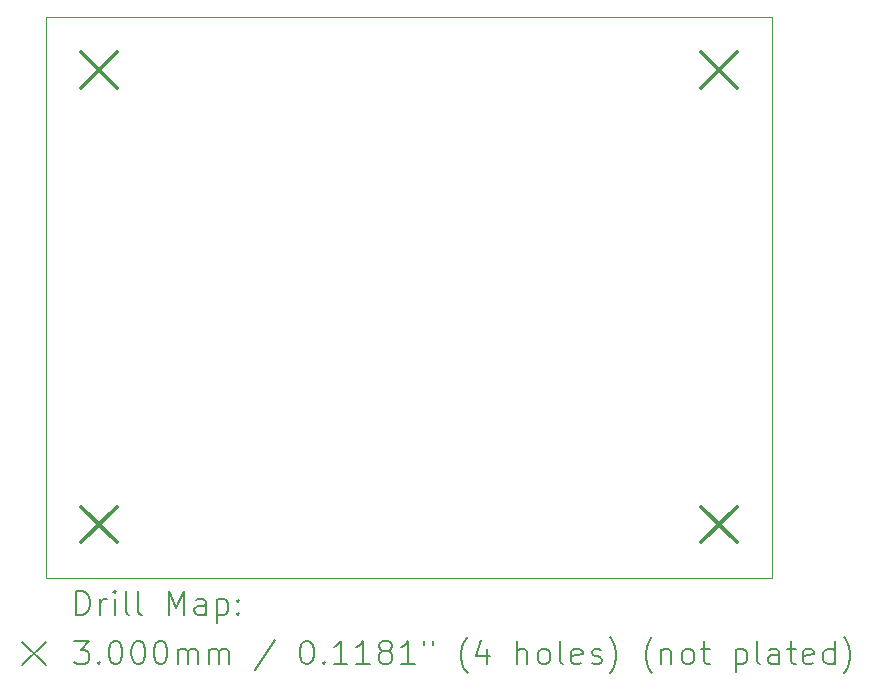
<source format=gbr>
%TF.GenerationSoftware,KiCad,Pcbnew,8.0.6*%
%TF.CreationDate,2025-07-03T11:32:38-04:00*%
%TF.ProjectId,pcb_reset_buffer,7063625f-7265-4736-9574-5f6275666665,rev?*%
%TF.SameCoordinates,Original*%
%TF.FileFunction,Drillmap*%
%TF.FilePolarity,Positive*%
%FSLAX45Y45*%
G04 Gerber Fmt 4.5, Leading zero omitted, Abs format (unit mm)*
G04 Created by KiCad (PCBNEW 8.0.6) date 2025-07-03 11:32:38*
%MOMM*%
%LPD*%
G01*
G04 APERTURE LIST*
%ADD10C,0.050000*%
%ADD11C,0.200000*%
%ADD12C,0.300000*%
G04 APERTURE END LIST*
D10*
X9450000Y-6600000D02*
X15600000Y-6600000D01*
X15600000Y-11350000D01*
X9450000Y-11350000D01*
X9450000Y-6600000D01*
D11*
D12*
X9750000Y-6900000D02*
X10050000Y-7200000D01*
X10050000Y-6900000D02*
X9750000Y-7200000D01*
X9750000Y-10750000D02*
X10050000Y-11050000D01*
X10050000Y-10750000D02*
X9750000Y-11050000D01*
X15000000Y-6900000D02*
X15300000Y-7200000D01*
X15300000Y-6900000D02*
X15000000Y-7200000D01*
X15000000Y-10750000D02*
X15300000Y-11050000D01*
X15300000Y-10750000D02*
X15000000Y-11050000D01*
D11*
X9708277Y-11663984D02*
X9708277Y-11463984D01*
X9708277Y-11463984D02*
X9755896Y-11463984D01*
X9755896Y-11463984D02*
X9784467Y-11473508D01*
X9784467Y-11473508D02*
X9803515Y-11492555D01*
X9803515Y-11492555D02*
X9813039Y-11511603D01*
X9813039Y-11511603D02*
X9822563Y-11549698D01*
X9822563Y-11549698D02*
X9822563Y-11578269D01*
X9822563Y-11578269D02*
X9813039Y-11616365D01*
X9813039Y-11616365D02*
X9803515Y-11635412D01*
X9803515Y-11635412D02*
X9784467Y-11654460D01*
X9784467Y-11654460D02*
X9755896Y-11663984D01*
X9755896Y-11663984D02*
X9708277Y-11663984D01*
X9908277Y-11663984D02*
X9908277Y-11530650D01*
X9908277Y-11568746D02*
X9917801Y-11549698D01*
X9917801Y-11549698D02*
X9927324Y-11540174D01*
X9927324Y-11540174D02*
X9946372Y-11530650D01*
X9946372Y-11530650D02*
X9965420Y-11530650D01*
X10032086Y-11663984D02*
X10032086Y-11530650D01*
X10032086Y-11463984D02*
X10022563Y-11473508D01*
X10022563Y-11473508D02*
X10032086Y-11483031D01*
X10032086Y-11483031D02*
X10041610Y-11473508D01*
X10041610Y-11473508D02*
X10032086Y-11463984D01*
X10032086Y-11463984D02*
X10032086Y-11483031D01*
X10155896Y-11663984D02*
X10136848Y-11654460D01*
X10136848Y-11654460D02*
X10127324Y-11635412D01*
X10127324Y-11635412D02*
X10127324Y-11463984D01*
X10260658Y-11663984D02*
X10241610Y-11654460D01*
X10241610Y-11654460D02*
X10232086Y-11635412D01*
X10232086Y-11635412D02*
X10232086Y-11463984D01*
X10489229Y-11663984D02*
X10489229Y-11463984D01*
X10489229Y-11463984D02*
X10555896Y-11606841D01*
X10555896Y-11606841D02*
X10622563Y-11463984D01*
X10622563Y-11463984D02*
X10622563Y-11663984D01*
X10803515Y-11663984D02*
X10803515Y-11559222D01*
X10803515Y-11559222D02*
X10793991Y-11540174D01*
X10793991Y-11540174D02*
X10774944Y-11530650D01*
X10774944Y-11530650D02*
X10736848Y-11530650D01*
X10736848Y-11530650D02*
X10717801Y-11540174D01*
X10803515Y-11654460D02*
X10784467Y-11663984D01*
X10784467Y-11663984D02*
X10736848Y-11663984D01*
X10736848Y-11663984D02*
X10717801Y-11654460D01*
X10717801Y-11654460D02*
X10708277Y-11635412D01*
X10708277Y-11635412D02*
X10708277Y-11616365D01*
X10708277Y-11616365D02*
X10717801Y-11597317D01*
X10717801Y-11597317D02*
X10736848Y-11587793D01*
X10736848Y-11587793D02*
X10784467Y-11587793D01*
X10784467Y-11587793D02*
X10803515Y-11578269D01*
X10898753Y-11530650D02*
X10898753Y-11730650D01*
X10898753Y-11540174D02*
X10917801Y-11530650D01*
X10917801Y-11530650D02*
X10955896Y-11530650D01*
X10955896Y-11530650D02*
X10974944Y-11540174D01*
X10974944Y-11540174D02*
X10984467Y-11549698D01*
X10984467Y-11549698D02*
X10993991Y-11568746D01*
X10993991Y-11568746D02*
X10993991Y-11625888D01*
X10993991Y-11625888D02*
X10984467Y-11644936D01*
X10984467Y-11644936D02*
X10974944Y-11654460D01*
X10974944Y-11654460D02*
X10955896Y-11663984D01*
X10955896Y-11663984D02*
X10917801Y-11663984D01*
X10917801Y-11663984D02*
X10898753Y-11654460D01*
X11079705Y-11644936D02*
X11089229Y-11654460D01*
X11089229Y-11654460D02*
X11079705Y-11663984D01*
X11079705Y-11663984D02*
X11070182Y-11654460D01*
X11070182Y-11654460D02*
X11079705Y-11644936D01*
X11079705Y-11644936D02*
X11079705Y-11663984D01*
X11079705Y-11540174D02*
X11089229Y-11549698D01*
X11089229Y-11549698D02*
X11079705Y-11559222D01*
X11079705Y-11559222D02*
X11070182Y-11549698D01*
X11070182Y-11549698D02*
X11079705Y-11540174D01*
X11079705Y-11540174D02*
X11079705Y-11559222D01*
X9247500Y-11892500D02*
X9447500Y-12092500D01*
X9447500Y-11892500D02*
X9247500Y-12092500D01*
X9689229Y-11883984D02*
X9813039Y-11883984D01*
X9813039Y-11883984D02*
X9746372Y-11960174D01*
X9746372Y-11960174D02*
X9774944Y-11960174D01*
X9774944Y-11960174D02*
X9793991Y-11969698D01*
X9793991Y-11969698D02*
X9803515Y-11979222D01*
X9803515Y-11979222D02*
X9813039Y-11998269D01*
X9813039Y-11998269D02*
X9813039Y-12045888D01*
X9813039Y-12045888D02*
X9803515Y-12064936D01*
X9803515Y-12064936D02*
X9793991Y-12074460D01*
X9793991Y-12074460D02*
X9774944Y-12083984D01*
X9774944Y-12083984D02*
X9717801Y-12083984D01*
X9717801Y-12083984D02*
X9698753Y-12074460D01*
X9698753Y-12074460D02*
X9689229Y-12064936D01*
X9898753Y-12064936D02*
X9908277Y-12074460D01*
X9908277Y-12074460D02*
X9898753Y-12083984D01*
X9898753Y-12083984D02*
X9889229Y-12074460D01*
X9889229Y-12074460D02*
X9898753Y-12064936D01*
X9898753Y-12064936D02*
X9898753Y-12083984D01*
X10032086Y-11883984D02*
X10051134Y-11883984D01*
X10051134Y-11883984D02*
X10070182Y-11893508D01*
X10070182Y-11893508D02*
X10079705Y-11903031D01*
X10079705Y-11903031D02*
X10089229Y-11922079D01*
X10089229Y-11922079D02*
X10098753Y-11960174D01*
X10098753Y-11960174D02*
X10098753Y-12007793D01*
X10098753Y-12007793D02*
X10089229Y-12045888D01*
X10089229Y-12045888D02*
X10079705Y-12064936D01*
X10079705Y-12064936D02*
X10070182Y-12074460D01*
X10070182Y-12074460D02*
X10051134Y-12083984D01*
X10051134Y-12083984D02*
X10032086Y-12083984D01*
X10032086Y-12083984D02*
X10013039Y-12074460D01*
X10013039Y-12074460D02*
X10003515Y-12064936D01*
X10003515Y-12064936D02*
X9993991Y-12045888D01*
X9993991Y-12045888D02*
X9984467Y-12007793D01*
X9984467Y-12007793D02*
X9984467Y-11960174D01*
X9984467Y-11960174D02*
X9993991Y-11922079D01*
X9993991Y-11922079D02*
X10003515Y-11903031D01*
X10003515Y-11903031D02*
X10013039Y-11893508D01*
X10013039Y-11893508D02*
X10032086Y-11883984D01*
X10222563Y-11883984D02*
X10241610Y-11883984D01*
X10241610Y-11883984D02*
X10260658Y-11893508D01*
X10260658Y-11893508D02*
X10270182Y-11903031D01*
X10270182Y-11903031D02*
X10279705Y-11922079D01*
X10279705Y-11922079D02*
X10289229Y-11960174D01*
X10289229Y-11960174D02*
X10289229Y-12007793D01*
X10289229Y-12007793D02*
X10279705Y-12045888D01*
X10279705Y-12045888D02*
X10270182Y-12064936D01*
X10270182Y-12064936D02*
X10260658Y-12074460D01*
X10260658Y-12074460D02*
X10241610Y-12083984D01*
X10241610Y-12083984D02*
X10222563Y-12083984D01*
X10222563Y-12083984D02*
X10203515Y-12074460D01*
X10203515Y-12074460D02*
X10193991Y-12064936D01*
X10193991Y-12064936D02*
X10184467Y-12045888D01*
X10184467Y-12045888D02*
X10174944Y-12007793D01*
X10174944Y-12007793D02*
X10174944Y-11960174D01*
X10174944Y-11960174D02*
X10184467Y-11922079D01*
X10184467Y-11922079D02*
X10193991Y-11903031D01*
X10193991Y-11903031D02*
X10203515Y-11893508D01*
X10203515Y-11893508D02*
X10222563Y-11883984D01*
X10413039Y-11883984D02*
X10432086Y-11883984D01*
X10432086Y-11883984D02*
X10451134Y-11893508D01*
X10451134Y-11893508D02*
X10460658Y-11903031D01*
X10460658Y-11903031D02*
X10470182Y-11922079D01*
X10470182Y-11922079D02*
X10479705Y-11960174D01*
X10479705Y-11960174D02*
X10479705Y-12007793D01*
X10479705Y-12007793D02*
X10470182Y-12045888D01*
X10470182Y-12045888D02*
X10460658Y-12064936D01*
X10460658Y-12064936D02*
X10451134Y-12074460D01*
X10451134Y-12074460D02*
X10432086Y-12083984D01*
X10432086Y-12083984D02*
X10413039Y-12083984D01*
X10413039Y-12083984D02*
X10393991Y-12074460D01*
X10393991Y-12074460D02*
X10384467Y-12064936D01*
X10384467Y-12064936D02*
X10374944Y-12045888D01*
X10374944Y-12045888D02*
X10365420Y-12007793D01*
X10365420Y-12007793D02*
X10365420Y-11960174D01*
X10365420Y-11960174D02*
X10374944Y-11922079D01*
X10374944Y-11922079D02*
X10384467Y-11903031D01*
X10384467Y-11903031D02*
X10393991Y-11893508D01*
X10393991Y-11893508D02*
X10413039Y-11883984D01*
X10565420Y-12083984D02*
X10565420Y-11950650D01*
X10565420Y-11969698D02*
X10574944Y-11960174D01*
X10574944Y-11960174D02*
X10593991Y-11950650D01*
X10593991Y-11950650D02*
X10622563Y-11950650D01*
X10622563Y-11950650D02*
X10641610Y-11960174D01*
X10641610Y-11960174D02*
X10651134Y-11979222D01*
X10651134Y-11979222D02*
X10651134Y-12083984D01*
X10651134Y-11979222D02*
X10660658Y-11960174D01*
X10660658Y-11960174D02*
X10679705Y-11950650D01*
X10679705Y-11950650D02*
X10708277Y-11950650D01*
X10708277Y-11950650D02*
X10727325Y-11960174D01*
X10727325Y-11960174D02*
X10736848Y-11979222D01*
X10736848Y-11979222D02*
X10736848Y-12083984D01*
X10832086Y-12083984D02*
X10832086Y-11950650D01*
X10832086Y-11969698D02*
X10841610Y-11960174D01*
X10841610Y-11960174D02*
X10860658Y-11950650D01*
X10860658Y-11950650D02*
X10889229Y-11950650D01*
X10889229Y-11950650D02*
X10908277Y-11960174D01*
X10908277Y-11960174D02*
X10917801Y-11979222D01*
X10917801Y-11979222D02*
X10917801Y-12083984D01*
X10917801Y-11979222D02*
X10927325Y-11960174D01*
X10927325Y-11960174D02*
X10946372Y-11950650D01*
X10946372Y-11950650D02*
X10974944Y-11950650D01*
X10974944Y-11950650D02*
X10993991Y-11960174D01*
X10993991Y-11960174D02*
X11003515Y-11979222D01*
X11003515Y-11979222D02*
X11003515Y-12083984D01*
X11393991Y-11874460D02*
X11222563Y-12131603D01*
X11651134Y-11883984D02*
X11670182Y-11883984D01*
X11670182Y-11883984D02*
X11689229Y-11893508D01*
X11689229Y-11893508D02*
X11698753Y-11903031D01*
X11698753Y-11903031D02*
X11708277Y-11922079D01*
X11708277Y-11922079D02*
X11717801Y-11960174D01*
X11717801Y-11960174D02*
X11717801Y-12007793D01*
X11717801Y-12007793D02*
X11708277Y-12045888D01*
X11708277Y-12045888D02*
X11698753Y-12064936D01*
X11698753Y-12064936D02*
X11689229Y-12074460D01*
X11689229Y-12074460D02*
X11670182Y-12083984D01*
X11670182Y-12083984D02*
X11651134Y-12083984D01*
X11651134Y-12083984D02*
X11632086Y-12074460D01*
X11632086Y-12074460D02*
X11622563Y-12064936D01*
X11622563Y-12064936D02*
X11613039Y-12045888D01*
X11613039Y-12045888D02*
X11603515Y-12007793D01*
X11603515Y-12007793D02*
X11603515Y-11960174D01*
X11603515Y-11960174D02*
X11613039Y-11922079D01*
X11613039Y-11922079D02*
X11622563Y-11903031D01*
X11622563Y-11903031D02*
X11632086Y-11893508D01*
X11632086Y-11893508D02*
X11651134Y-11883984D01*
X11803515Y-12064936D02*
X11813039Y-12074460D01*
X11813039Y-12074460D02*
X11803515Y-12083984D01*
X11803515Y-12083984D02*
X11793991Y-12074460D01*
X11793991Y-12074460D02*
X11803515Y-12064936D01*
X11803515Y-12064936D02*
X11803515Y-12083984D01*
X12003515Y-12083984D02*
X11889229Y-12083984D01*
X11946372Y-12083984D02*
X11946372Y-11883984D01*
X11946372Y-11883984D02*
X11927325Y-11912555D01*
X11927325Y-11912555D02*
X11908277Y-11931603D01*
X11908277Y-11931603D02*
X11889229Y-11941127D01*
X12193991Y-12083984D02*
X12079706Y-12083984D01*
X12136848Y-12083984D02*
X12136848Y-11883984D01*
X12136848Y-11883984D02*
X12117801Y-11912555D01*
X12117801Y-11912555D02*
X12098753Y-11931603D01*
X12098753Y-11931603D02*
X12079706Y-11941127D01*
X12308277Y-11969698D02*
X12289229Y-11960174D01*
X12289229Y-11960174D02*
X12279706Y-11950650D01*
X12279706Y-11950650D02*
X12270182Y-11931603D01*
X12270182Y-11931603D02*
X12270182Y-11922079D01*
X12270182Y-11922079D02*
X12279706Y-11903031D01*
X12279706Y-11903031D02*
X12289229Y-11893508D01*
X12289229Y-11893508D02*
X12308277Y-11883984D01*
X12308277Y-11883984D02*
X12346372Y-11883984D01*
X12346372Y-11883984D02*
X12365420Y-11893508D01*
X12365420Y-11893508D02*
X12374944Y-11903031D01*
X12374944Y-11903031D02*
X12384467Y-11922079D01*
X12384467Y-11922079D02*
X12384467Y-11931603D01*
X12384467Y-11931603D02*
X12374944Y-11950650D01*
X12374944Y-11950650D02*
X12365420Y-11960174D01*
X12365420Y-11960174D02*
X12346372Y-11969698D01*
X12346372Y-11969698D02*
X12308277Y-11969698D01*
X12308277Y-11969698D02*
X12289229Y-11979222D01*
X12289229Y-11979222D02*
X12279706Y-11988746D01*
X12279706Y-11988746D02*
X12270182Y-12007793D01*
X12270182Y-12007793D02*
X12270182Y-12045888D01*
X12270182Y-12045888D02*
X12279706Y-12064936D01*
X12279706Y-12064936D02*
X12289229Y-12074460D01*
X12289229Y-12074460D02*
X12308277Y-12083984D01*
X12308277Y-12083984D02*
X12346372Y-12083984D01*
X12346372Y-12083984D02*
X12365420Y-12074460D01*
X12365420Y-12074460D02*
X12374944Y-12064936D01*
X12374944Y-12064936D02*
X12384467Y-12045888D01*
X12384467Y-12045888D02*
X12384467Y-12007793D01*
X12384467Y-12007793D02*
X12374944Y-11988746D01*
X12374944Y-11988746D02*
X12365420Y-11979222D01*
X12365420Y-11979222D02*
X12346372Y-11969698D01*
X12574944Y-12083984D02*
X12460658Y-12083984D01*
X12517801Y-12083984D02*
X12517801Y-11883984D01*
X12517801Y-11883984D02*
X12498753Y-11912555D01*
X12498753Y-11912555D02*
X12479706Y-11931603D01*
X12479706Y-11931603D02*
X12460658Y-11941127D01*
X12651134Y-11883984D02*
X12651134Y-11922079D01*
X12727325Y-11883984D02*
X12727325Y-11922079D01*
X13022563Y-12160174D02*
X13013039Y-12150650D01*
X13013039Y-12150650D02*
X12993991Y-12122079D01*
X12993991Y-12122079D02*
X12984468Y-12103031D01*
X12984468Y-12103031D02*
X12974944Y-12074460D01*
X12974944Y-12074460D02*
X12965420Y-12026841D01*
X12965420Y-12026841D02*
X12965420Y-11988746D01*
X12965420Y-11988746D02*
X12974944Y-11941127D01*
X12974944Y-11941127D02*
X12984468Y-11912555D01*
X12984468Y-11912555D02*
X12993991Y-11893508D01*
X12993991Y-11893508D02*
X13013039Y-11864936D01*
X13013039Y-11864936D02*
X13022563Y-11855412D01*
X13184468Y-11950650D02*
X13184468Y-12083984D01*
X13136848Y-11874460D02*
X13089229Y-12017317D01*
X13089229Y-12017317D02*
X13213039Y-12017317D01*
X13441610Y-12083984D02*
X13441610Y-11883984D01*
X13527325Y-12083984D02*
X13527325Y-11979222D01*
X13527325Y-11979222D02*
X13517801Y-11960174D01*
X13517801Y-11960174D02*
X13498753Y-11950650D01*
X13498753Y-11950650D02*
X13470182Y-11950650D01*
X13470182Y-11950650D02*
X13451134Y-11960174D01*
X13451134Y-11960174D02*
X13441610Y-11969698D01*
X13651134Y-12083984D02*
X13632087Y-12074460D01*
X13632087Y-12074460D02*
X13622563Y-12064936D01*
X13622563Y-12064936D02*
X13613039Y-12045888D01*
X13613039Y-12045888D02*
X13613039Y-11988746D01*
X13613039Y-11988746D02*
X13622563Y-11969698D01*
X13622563Y-11969698D02*
X13632087Y-11960174D01*
X13632087Y-11960174D02*
X13651134Y-11950650D01*
X13651134Y-11950650D02*
X13679706Y-11950650D01*
X13679706Y-11950650D02*
X13698753Y-11960174D01*
X13698753Y-11960174D02*
X13708277Y-11969698D01*
X13708277Y-11969698D02*
X13717801Y-11988746D01*
X13717801Y-11988746D02*
X13717801Y-12045888D01*
X13717801Y-12045888D02*
X13708277Y-12064936D01*
X13708277Y-12064936D02*
X13698753Y-12074460D01*
X13698753Y-12074460D02*
X13679706Y-12083984D01*
X13679706Y-12083984D02*
X13651134Y-12083984D01*
X13832087Y-12083984D02*
X13813039Y-12074460D01*
X13813039Y-12074460D02*
X13803515Y-12055412D01*
X13803515Y-12055412D02*
X13803515Y-11883984D01*
X13984468Y-12074460D02*
X13965420Y-12083984D01*
X13965420Y-12083984D02*
X13927325Y-12083984D01*
X13927325Y-12083984D02*
X13908277Y-12074460D01*
X13908277Y-12074460D02*
X13898753Y-12055412D01*
X13898753Y-12055412D02*
X13898753Y-11979222D01*
X13898753Y-11979222D02*
X13908277Y-11960174D01*
X13908277Y-11960174D02*
X13927325Y-11950650D01*
X13927325Y-11950650D02*
X13965420Y-11950650D01*
X13965420Y-11950650D02*
X13984468Y-11960174D01*
X13984468Y-11960174D02*
X13993991Y-11979222D01*
X13993991Y-11979222D02*
X13993991Y-11998269D01*
X13993991Y-11998269D02*
X13898753Y-12017317D01*
X14070182Y-12074460D02*
X14089230Y-12083984D01*
X14089230Y-12083984D02*
X14127325Y-12083984D01*
X14127325Y-12083984D02*
X14146372Y-12074460D01*
X14146372Y-12074460D02*
X14155896Y-12055412D01*
X14155896Y-12055412D02*
X14155896Y-12045888D01*
X14155896Y-12045888D02*
X14146372Y-12026841D01*
X14146372Y-12026841D02*
X14127325Y-12017317D01*
X14127325Y-12017317D02*
X14098753Y-12017317D01*
X14098753Y-12017317D02*
X14079706Y-12007793D01*
X14079706Y-12007793D02*
X14070182Y-11988746D01*
X14070182Y-11988746D02*
X14070182Y-11979222D01*
X14070182Y-11979222D02*
X14079706Y-11960174D01*
X14079706Y-11960174D02*
X14098753Y-11950650D01*
X14098753Y-11950650D02*
X14127325Y-11950650D01*
X14127325Y-11950650D02*
X14146372Y-11960174D01*
X14222563Y-12160174D02*
X14232087Y-12150650D01*
X14232087Y-12150650D02*
X14251134Y-12122079D01*
X14251134Y-12122079D02*
X14260658Y-12103031D01*
X14260658Y-12103031D02*
X14270182Y-12074460D01*
X14270182Y-12074460D02*
X14279706Y-12026841D01*
X14279706Y-12026841D02*
X14279706Y-11988746D01*
X14279706Y-11988746D02*
X14270182Y-11941127D01*
X14270182Y-11941127D02*
X14260658Y-11912555D01*
X14260658Y-11912555D02*
X14251134Y-11893508D01*
X14251134Y-11893508D02*
X14232087Y-11864936D01*
X14232087Y-11864936D02*
X14222563Y-11855412D01*
X14584468Y-12160174D02*
X14574944Y-12150650D01*
X14574944Y-12150650D02*
X14555896Y-12122079D01*
X14555896Y-12122079D02*
X14546372Y-12103031D01*
X14546372Y-12103031D02*
X14536849Y-12074460D01*
X14536849Y-12074460D02*
X14527325Y-12026841D01*
X14527325Y-12026841D02*
X14527325Y-11988746D01*
X14527325Y-11988746D02*
X14536849Y-11941127D01*
X14536849Y-11941127D02*
X14546372Y-11912555D01*
X14546372Y-11912555D02*
X14555896Y-11893508D01*
X14555896Y-11893508D02*
X14574944Y-11864936D01*
X14574944Y-11864936D02*
X14584468Y-11855412D01*
X14660658Y-11950650D02*
X14660658Y-12083984D01*
X14660658Y-11969698D02*
X14670182Y-11960174D01*
X14670182Y-11960174D02*
X14689230Y-11950650D01*
X14689230Y-11950650D02*
X14717801Y-11950650D01*
X14717801Y-11950650D02*
X14736849Y-11960174D01*
X14736849Y-11960174D02*
X14746372Y-11979222D01*
X14746372Y-11979222D02*
X14746372Y-12083984D01*
X14870182Y-12083984D02*
X14851134Y-12074460D01*
X14851134Y-12074460D02*
X14841611Y-12064936D01*
X14841611Y-12064936D02*
X14832087Y-12045888D01*
X14832087Y-12045888D02*
X14832087Y-11988746D01*
X14832087Y-11988746D02*
X14841611Y-11969698D01*
X14841611Y-11969698D02*
X14851134Y-11960174D01*
X14851134Y-11960174D02*
X14870182Y-11950650D01*
X14870182Y-11950650D02*
X14898753Y-11950650D01*
X14898753Y-11950650D02*
X14917801Y-11960174D01*
X14917801Y-11960174D02*
X14927325Y-11969698D01*
X14927325Y-11969698D02*
X14936849Y-11988746D01*
X14936849Y-11988746D02*
X14936849Y-12045888D01*
X14936849Y-12045888D02*
X14927325Y-12064936D01*
X14927325Y-12064936D02*
X14917801Y-12074460D01*
X14917801Y-12074460D02*
X14898753Y-12083984D01*
X14898753Y-12083984D02*
X14870182Y-12083984D01*
X14993992Y-11950650D02*
X15070182Y-11950650D01*
X15022563Y-11883984D02*
X15022563Y-12055412D01*
X15022563Y-12055412D02*
X15032087Y-12074460D01*
X15032087Y-12074460D02*
X15051134Y-12083984D01*
X15051134Y-12083984D02*
X15070182Y-12083984D01*
X15289230Y-11950650D02*
X15289230Y-12150650D01*
X15289230Y-11960174D02*
X15308277Y-11950650D01*
X15308277Y-11950650D02*
X15346373Y-11950650D01*
X15346373Y-11950650D02*
X15365420Y-11960174D01*
X15365420Y-11960174D02*
X15374944Y-11969698D01*
X15374944Y-11969698D02*
X15384468Y-11988746D01*
X15384468Y-11988746D02*
X15384468Y-12045888D01*
X15384468Y-12045888D02*
X15374944Y-12064936D01*
X15374944Y-12064936D02*
X15365420Y-12074460D01*
X15365420Y-12074460D02*
X15346373Y-12083984D01*
X15346373Y-12083984D02*
X15308277Y-12083984D01*
X15308277Y-12083984D02*
X15289230Y-12074460D01*
X15498753Y-12083984D02*
X15479706Y-12074460D01*
X15479706Y-12074460D02*
X15470182Y-12055412D01*
X15470182Y-12055412D02*
X15470182Y-11883984D01*
X15660658Y-12083984D02*
X15660658Y-11979222D01*
X15660658Y-11979222D02*
X15651134Y-11960174D01*
X15651134Y-11960174D02*
X15632087Y-11950650D01*
X15632087Y-11950650D02*
X15593992Y-11950650D01*
X15593992Y-11950650D02*
X15574944Y-11960174D01*
X15660658Y-12074460D02*
X15641611Y-12083984D01*
X15641611Y-12083984D02*
X15593992Y-12083984D01*
X15593992Y-12083984D02*
X15574944Y-12074460D01*
X15574944Y-12074460D02*
X15565420Y-12055412D01*
X15565420Y-12055412D02*
X15565420Y-12036365D01*
X15565420Y-12036365D02*
X15574944Y-12017317D01*
X15574944Y-12017317D02*
X15593992Y-12007793D01*
X15593992Y-12007793D02*
X15641611Y-12007793D01*
X15641611Y-12007793D02*
X15660658Y-11998269D01*
X15727325Y-11950650D02*
X15803515Y-11950650D01*
X15755896Y-11883984D02*
X15755896Y-12055412D01*
X15755896Y-12055412D02*
X15765420Y-12074460D01*
X15765420Y-12074460D02*
X15784468Y-12083984D01*
X15784468Y-12083984D02*
X15803515Y-12083984D01*
X15946373Y-12074460D02*
X15927325Y-12083984D01*
X15927325Y-12083984D02*
X15889230Y-12083984D01*
X15889230Y-12083984D02*
X15870182Y-12074460D01*
X15870182Y-12074460D02*
X15860658Y-12055412D01*
X15860658Y-12055412D02*
X15860658Y-11979222D01*
X15860658Y-11979222D02*
X15870182Y-11960174D01*
X15870182Y-11960174D02*
X15889230Y-11950650D01*
X15889230Y-11950650D02*
X15927325Y-11950650D01*
X15927325Y-11950650D02*
X15946373Y-11960174D01*
X15946373Y-11960174D02*
X15955896Y-11979222D01*
X15955896Y-11979222D02*
X15955896Y-11998269D01*
X15955896Y-11998269D02*
X15860658Y-12017317D01*
X16127325Y-12083984D02*
X16127325Y-11883984D01*
X16127325Y-12074460D02*
X16108277Y-12083984D01*
X16108277Y-12083984D02*
X16070182Y-12083984D01*
X16070182Y-12083984D02*
X16051134Y-12074460D01*
X16051134Y-12074460D02*
X16041611Y-12064936D01*
X16041611Y-12064936D02*
X16032087Y-12045888D01*
X16032087Y-12045888D02*
X16032087Y-11988746D01*
X16032087Y-11988746D02*
X16041611Y-11969698D01*
X16041611Y-11969698D02*
X16051134Y-11960174D01*
X16051134Y-11960174D02*
X16070182Y-11950650D01*
X16070182Y-11950650D02*
X16108277Y-11950650D01*
X16108277Y-11950650D02*
X16127325Y-11960174D01*
X16203515Y-12160174D02*
X16213039Y-12150650D01*
X16213039Y-12150650D02*
X16232087Y-12122079D01*
X16232087Y-12122079D02*
X16241611Y-12103031D01*
X16241611Y-12103031D02*
X16251134Y-12074460D01*
X16251134Y-12074460D02*
X16260658Y-12026841D01*
X16260658Y-12026841D02*
X16260658Y-11988746D01*
X16260658Y-11988746D02*
X16251134Y-11941127D01*
X16251134Y-11941127D02*
X16241611Y-11912555D01*
X16241611Y-11912555D02*
X16232087Y-11893508D01*
X16232087Y-11893508D02*
X16213039Y-11864936D01*
X16213039Y-11864936D02*
X16203515Y-11855412D01*
M02*

</source>
